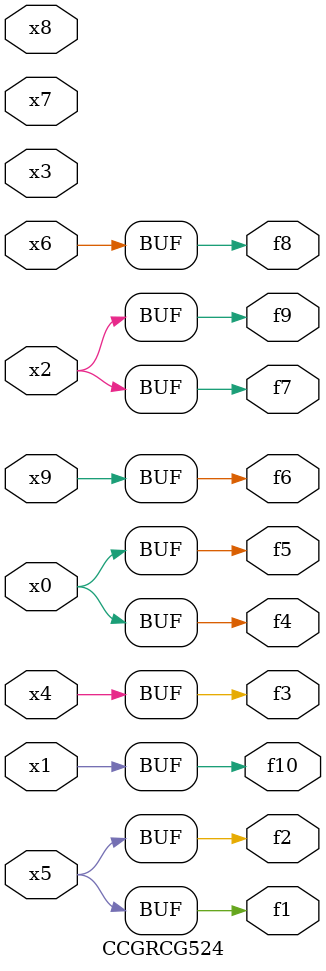
<source format=v>
module CCGRCG524(
	input x0, x1, x2, x3, x4, x5, x6, x7, x8, x9,
	output f1, f2, f3, f4, f5, f6, f7, f8, f9, f10
);
	assign f1 = x5;
	assign f2 = x5;
	assign f3 = x4;
	assign f4 = x0;
	assign f5 = x0;
	assign f6 = x9;
	assign f7 = x2;
	assign f8 = x6;
	assign f9 = x2;
	assign f10 = x1;
endmodule

</source>
